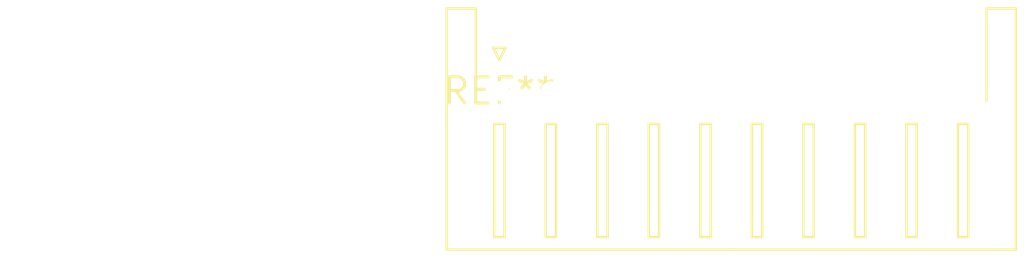
<source format=kicad_pcb>
(kicad_pcb (version 20240108) (generator pcbnew)
  (layers (0 "F.Cu" signal) (31 "B.Cu" signal) (34 "B.Paste" user) (35 "F.Paste" user) (36 "B.SilkS" user "B.Silkscreen") (37 "F.SilkS" user "F.Silkscreen") (38 "B.Mask" user) (39 "F.Mask" user) (44 "Edge.Cuts" user))
  (net 0 "")
  (footprint "JST_XH_S10B-XH-A-1_1x10_P2.50mm_Horizontal" (layer "F.Cu") (at 0 0)
    (property "Reference" "REF**")
    (property "Value" "JST_XH_S10B-XH-A-1_1x10_P2.50mm_Horizontal")
    (fp_line (start -2.56 -4.01) (end -1.14 -4.01) (layer "F.SilkS") (stroke (width 0.12)))
    (fp_line (start -2.56 7.71) (end -2.56 -4.01) (layer "F.SilkS") (stroke (width 0.12)))
    (fp_line (start -1.14 -4.01) (end -1.14 0.49) (layer "F.SilkS") (stroke (width 0.12)))
    (fp_line (start -0.3 -2.1) (end 0.3 -2.1) (layer "F.SilkS") (stroke (width 0.12)))
    (fp_line (start -0.25 1.6) (end -0.25 7.1) (layer "F.SilkS") (stroke (width 0.12)))
    (fp_line (start -0.25 7.1) (end 0.25 7.1) (layer "F.SilkS") (stroke (width 0.12)))
    (fp_line (start 0 -1.5) (end -0.3 -2.1) (layer "F.SilkS") (stroke (width 0.12)))
    (fp_line (start 0.25 1.6) (end -0.25 1.6) (layer "F.SilkS") (stroke (width 0.12)))
    (fp_line (start 0.25 7.1) (end 0.25 1.6) (layer "F.SilkS") (stroke (width 0.12)))
    (fp_line (start 0.3 -2.1) (end 0 -1.5) (layer "F.SilkS") (stroke (width 0.12)))
    (fp_line (start 2.25 1.6) (end 2.25 7.1) (layer "F.SilkS") (stroke (width 0.12)))
    (fp_line (start 2.25 7.1) (end 2.75 7.1) (layer "F.SilkS") (stroke (width 0.12)))
    (fp_line (start 2.75 1.6) (end 2.25 1.6) (layer "F.SilkS") (stroke (width 0.12)))
    (fp_line (start 2.75 7.1) (end 2.75 1.6) (layer "F.SilkS") (stroke (width 0.12)))
    (fp_line (start 4.75 1.6) (end 4.75 7.1) (layer "F.SilkS") (stroke (width 0.12)))
    (fp_line (start 4.75 7.1) (end 5.25 7.1) (layer "F.SilkS") (stroke (width 0.12)))
    (fp_line (start 5.25 1.6) (end 4.75 1.6) (layer "F.SilkS") (stroke (width 0.12)))
    (fp_line (start 5.25 7.1) (end 5.25 1.6) (layer "F.SilkS") (stroke (width 0.12)))
    (fp_line (start 7.25 1.6) (end 7.25 7.1) (layer "F.SilkS") (stroke (width 0.12)))
    (fp_line (start 7.25 7.1) (end 7.75 7.1) (layer "F.SilkS") (stroke (width 0.12)))
    (fp_line (start 7.75 1.6) (end 7.25 1.6) (layer "F.SilkS") (stroke (width 0.12)))
    (fp_line (start 7.75 7.1) (end 7.75 1.6) (layer "F.SilkS") (stroke (width 0.12)))
    (fp_line (start 9.75 1.6) (end 9.75 7.1) (layer "F.SilkS") (stroke (width 0.12)))
    (fp_line (start 9.75 7.1) (end 10.25 7.1) (layer "F.SilkS") (stroke (width 0.12)))
    (fp_line (start 10.25 1.6) (end 9.75 1.6) (layer "F.SilkS") (stroke (width 0.12)))
    (fp_line (start 10.25 7.1) (end 10.25 1.6) (layer "F.SilkS") (stroke (width 0.12)))
    (fp_line (start 11.25 7.71) (end -2.56 7.71) (layer "F.SilkS") (stroke (width 0.12)))
    (fp_line (start 11.25 7.71) (end 25.06 7.71) (layer "F.SilkS") (stroke (width 0.12)))
    (fp_line (start 12.25 1.6) (end 12.25 7.1) (layer "F.SilkS") (stroke (width 0.12)))
    (fp_line (start 12.25 7.1) (end 12.75 7.1) (layer "F.SilkS") (stroke (width 0.12)))
    (fp_line (start 12.75 1.6) (end 12.25 1.6) (layer "F.SilkS") (stroke (width 0.12)))
    (fp_line (start 12.75 7.1) (end 12.75 1.6) (layer "F.SilkS") (stroke (width 0.12)))
    (fp_line (start 14.75 1.6) (end 14.75 7.1) (layer "F.SilkS") (stroke (width 0.12)))
    (fp_line (start 14.75 7.1) (end 15.25 7.1) (layer "F.SilkS") (stroke (width 0.12)))
    (fp_line (start 15.25 1.6) (end 14.75 1.6) (layer "F.SilkS") (stroke (width 0.12)))
    (fp_line (start 15.25 7.1) (end 15.25 1.6) (layer "F.SilkS") (stroke (width 0.12)))
    (fp_line (start 17.25 1.6) (end 17.25 7.1) (layer "F.SilkS") (stroke (width 0.12)))
    (fp_line (start 17.25 7.1) (end 17.75 7.1) (layer "F.SilkS") (stroke (width 0.12)))
    (fp_line (start 17.75 1.6) (end 17.25 1.6) (layer "F.SilkS") (stroke (width 0.12)))
    (fp_line (start 17.75 7.1) (end 17.75 1.6) (layer "F.SilkS") (stroke (width 0.12)))
    (fp_line (start 19.75 1.6) (end 19.75 7.1) (layer "F.SilkS") (stroke (width 0.12)))
    (fp_line (start 19.75 7.1) (end 20.25 7.1) (layer "F.SilkS") (stroke (width 0.12)))
    (fp_line (start 20.25 1.6) (end 19.75 1.6) (layer "F.SilkS") (stroke (width 0.12)))
    (fp_line (start 20.25 7.1) (end 20.25 1.6) (layer "F.SilkS") (stroke (width 0.12)))
    (fp_line (start 22.25 1.6) (end 22.25 7.1) (layer "F.SilkS") (stroke (width 0.12)))
    (fp_line (start 22.25 7.1) (end 22.75 7.1) (layer "F.SilkS") (stroke (width 0.12)))
    (fp_line (start 22.75 1.6) (end 22.25 1.6) (layer "F.SilkS") (stroke (width 0.12)))
    (fp_line (start 22.75 7.1) (end 22.75 1.6) (layer "F.SilkS") (stroke (width 0.12)))
    (fp_line (start 23.64 -4.01) (end 23.64 0.49) (layer "F.SilkS") (stroke (width 0.12)))
    (fp_line (start 25.06 -4.01) (end 23.64 -4.01) (layer "F.SilkS") (stroke (width 0.12)))
    (fp_line (start 25.06 7.71) (end 25.06 -4.01) (layer "F.SilkS") (stroke (width 0.12)))
    (pad "1" thru_hole roundrect (at 0 0) (size 1.7 1.95) (drill 0.95) (layers *.Cu *.Mask) (remove_unused_layers) (roundrect_rratio 0.147059))
    (pad "2" thru_hole oval (at 2.5 0) (size 1.7 1.95) (drill 0.95) (layers *.Cu *.Mask) (remove_unused_layers))
    (pad "3" thru_hole oval (at 5 0) (size 1.7 1.95) (drill 0.95) (layers *.Cu *.Mask) (remove_unused_layers))
    (pad "4" thru_hole oval (at 7.5 0) (size 1.7 1.95) (drill 0.95) (layers *.Cu *.Mask) (remove_unused_layers))
    (pad "5" thru_hole oval (at 10 0) (size 1.7 1.95) (drill 0.95) (layers *.Cu *.Mask) (remove_unused_layers))
    (pad "6" thru_hole oval (at 12.5 0) (size 1.7 1.95) (drill 0.95) (layers *.Cu *.Mask) (remove_unused_layers))
    (pad "7" thru_hole oval (at 15 0) (size 1.7 1.95) (drill 0.95) (layers *.Cu *.Mask) (remove_unused_layers))
    (pad "8" thru_hole oval (at 17.5 0) (size 1.7 1.95) (drill 0.95) (layers *.Cu *.Mask) (remove_unused_layers))
    (pad "9" thru_hole oval (at 20 0) (size 1.7 1.95) (drill 0.95) (layers *.Cu *.Mask) (remove_unused_layers))
    (pad "10" thru_hole oval (at 22.5 0) (size 1.7 1.95) (drill 0.95) (layers *.Cu *.Mask) (remove_unused_layers))
  )
)
</source>
